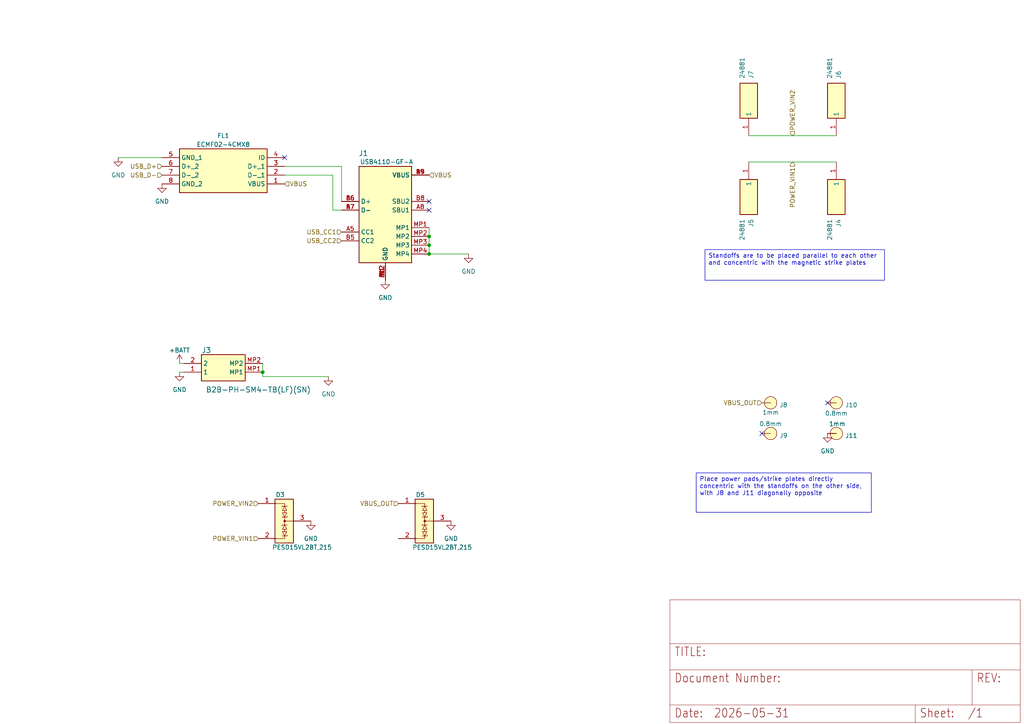
<source format=kicad_sch>
(kicad_sch (version 20231120) (generator "eeschema") (generator_version "8.0")
  (paper "A4")
  (lib_symbols
    (symbol "Eros Tracker-eagle-import:FRAME_A_L"
      (symbol "FRAME_A_L_1_0"
        (polyline (pts (xy 0 43.18) (xy 3.81 43.18)))
        (polyline (pts (xy 0 86.36) (xy 3.81 86.36)))
        (polyline (pts (xy 0 129.54) (xy 3.81 129.54)))
        (polyline (pts (xy 0 172.72) (xy 3.81 172.72)))
        (polyline (pts (xy 3.81 3.81) (xy 3.81 212.09)))
        (polyline (pts (xy 46.5667 0) (xy 46.5667 3.81)))
        (polyline (pts (xy 93.1333 0) (xy 93.1333 3.81)))
        (polyline (pts (xy 139.7 0) (xy 139.7 3.81)))
        (polyline (pts (xy 186.2667 0) (xy 186.2667 3.81)))
        (polyline (pts (xy 232.8333 0) (xy 232.8333 3.81)))
        (polyline (pts (xy 275.59 3.81) (xy 275.59 212.09)))
        (polyline (pts (xy 275.59 43.18) (xy 279.4 43.18)))
        (polyline (pts (xy 275.59 86.36) (xy 279.4 86.36)))
        (polyline (pts (xy 275.59 129.54) (xy 279.4 129.54)))
        (polyline (pts (xy 275.59 172.72) (xy 279.4 172.72)))
        (polyline (pts (xy 275.59 212.09) (xy 3.81 212.09)))
        (polyline (pts (xy 0 0) (xy 279.4 0) (xy 279.4 215.9) (xy 0 215.9) (xy 0 0)))
        (text "1" (at 23.2833 213.995 0) (effects (font (size 2.54 2.286))))
        (text "2" (at 69.85 213.995 0) (effects (font (size 2.54 2.286))))
        (text "3" (at 116.4167 213.995 0) (effects (font (size 2.54 2.286))))
        (text "4" (at 162.9833 213.995 0) (effects (font (size 2.54 2.286))))
        (text "5" (at 209.55 213.995 0) (effects (font (size 2.54 2.286))))
        (text "6" (at 256.1167 213.995 0) (effects (font (size 2.54 2.286))))
        (text "A" (at 1.905 194.31 0) (effects (font (size 2.54 2.286))))
        (text "A" (at 277.495 194.31 0) (effects (font (size 2.54 2.286))))
        (text "B" (at 1.905 151.13 0) (effects (font (size 2.54 2.286))))
        (text "B" (at 277.495 151.13 0) (effects (font (size 2.54 2.286))))
        (text "C" (at 1.905 107.95 0) (effects (font (size 2.54 2.286))))
        (text "C" (at 277.495 107.95 0) (effects (font (size 2.54 2.286))))
        (text "D" (at 1.905 64.77 0) (effects (font (size 2.54 2.286))))
        (text "D" (at 277.495 64.77 0) (effects (font (size 2.54 2.286))))
        (text "E" (at 1.905 21.59 0) (effects (font (size 2.54 2.286))))
        (text "E" (at 277.495 21.59 0) (effects (font (size 2.54 2.286))))
      )
      (symbol "FRAME_A_L_2_0"
        (polyline (pts (xy 0 0) (xy 0 5.08)) (stroke (width 0.1016)))
        (polyline (pts (xy 0 0) (xy 71.12 0)) (stroke (width 0.1016)))
        (polyline (pts (xy 0 5.08) (xy 0 15.24)) (stroke (width 0.1016)))
        (polyline (pts (xy 0 5.08) (xy 71.12 5.08)) (stroke (width 0.1016)))
        (polyline (pts (xy 0 15.24) (xy 0 22.86)) (stroke (width 0.1016)))
        (polyline (pts (xy 0 22.86) (xy 0 35.56)) (stroke (width 0.1016)))
        (polyline (pts (xy 0 22.86) (xy 101.6 22.86)) (stroke (width 0.1016)))
        (polyline (pts (xy 71.12 0) (xy 101.6 0)) (stroke (width 0.1016)))
        (polyline (pts (xy 71.12 5.08) (xy 71.12 0)) (stroke (width 0.1016)))
        (polyline (pts (xy 71.12 5.08) (xy 87.63 5.08)) (stroke (width 0.1016)))
        (polyline (pts (xy 87.63 5.08) (xy 101.6 5.08)) (stroke (width 0.1016)))
        (polyline (pts (xy 87.63 15.24) (xy 0 15.24)) (stroke (width 0.1016)))
        (polyline (pts (xy 87.63 15.24) (xy 87.63 5.08)) (stroke (width 0.1016)))
        (polyline (pts (xy 101.6 5.08) (xy 101.6 0)) (stroke (width 0.1016)))
        (polyline (pts (xy 101.6 15.24) (xy 87.63 15.24)) (stroke (width 0.1016)))
        (polyline (pts (xy 101.6 15.24) (xy 101.6 5.08)) (stroke (width 0.1016)))
        (polyline (pts (xy 101.6 22.86) (xy 101.6 15.24)) (stroke (width 0.1016)))
        (polyline (pts (xy 101.6 35.56) (xy 0 35.56)) (stroke (width 0.1016)))
        (polyline (pts (xy 101.6 35.56) (xy 101.6 22.86)) (stroke (width 0.1016)))
        (text "${#}/${##}" (at 86.36 1.27 0) (effects (font (size 2.54 2.159)) (justify left bottom)))
        (text "${CURRENT_DATE}" (at 12.7 1.27 0) (effects (font (size 2.54 2.159)) (justify left bottom)))
        (text "${PROJECTNAME}" (at 17.78 19.05 0) (effects (font (size 2.54 2.159)) (justify left bottom)))
        (text "Date:" (at 1.27 1.27 0) (effects (font (size 2.54 2.159)) (justify left bottom)))
        (text "Document Number:" (at 1.27 11.43 0) (effects (font (size 2.54 2.159)) (justify left bottom)))
        (text "REV:" (at 88.9 11.43 0) (effects (font (size 2.54 2.159)) (justify left bottom)))
        (text "Sheet:" (at 72.39 1.27 0) (effects (font (size 2.54 2.159)) (justify left bottom)))
        (text "TITLE:" (at 1.27 19.05 0) (effects (font (size 2.54 2.159)) (justify left bottom)))
      )
    )
    (symbol "Eros Tracker:24881"
      (property "Reference" "J" (at 16.51 7.62 0))
      (property "Value" "24881" (at 16.51 5.08 0))
      (symbol "24881_1_1"
        (rectangle (start 5.08 2.54) (end 15.24 -2.54) (stroke (width 0.254)) (fill (type background)))
        (pin passive line (at 0 0 0) (length 5.08) (name "1") (number "1"))
      )
    )
    (symbol "Eros Tracker:ECMF02-4CMX8"
      (property "Reference" "FL" (at 14.859 6.985 0))
      (property "Value" "ECMF02-4CMX8" (at 14.859 4.445 0))
      (symbol "ECMF02-4CMX8_1_1"
        (rectangle (start 30.48 2.54) (end 5.08 -10.16) (stroke (width 0.254)) (fill (type background)))
        (pin passive line (at 0 0 0) (length 5.08) (name "VBUS") (number "1"))
        (pin passive line (at 0 0 0) (length 5.08) hide (name "10") (number "10"))
        (pin passive line (at 0 -7.62 0) (length 5.08) hide (name "11") (number "11"))
        (pin passive line (at 35.56 -7.62 180) (length 5.08) hide (name "12") (number "12"))
        (pin passive line (at 0 -2.54 0) (length 5.08) (name "D-_1") (number "2"))
        (pin passive line (at 0 -5.08 0) (length 5.08) (name "D+_1") (number "3"))
        (pin passive line (at 0 -7.62 0) (length 5.08) (name "ID") (number "4"))
        (pin passive line (at 35.56 -7.62 180) (length 5.08) (name "GND_1") (number "5"))
        (pin passive line (at 35.56 -5.08 180) (length 5.08) (name "D+_2") (number "6"))
        (pin passive line (at 35.56 -2.54 180) (length 5.08) (name "D-_2") (number "7"))
        (pin passive line (at 35.56 0 180) (length 5.08) (name "GND_2") (number "8"))
        (pin passive line (at 35.56 0 180) (length 5.08) hide (name "9") (number "9"))
      )
    )
    (symbol "Eros Tracker:PESD15VL2BT,215"
      (property "Reference" "D" (at 4.826 5.842 0))
      (property "Value" "PESD15VL2BT,215" (at 4.826 3.302 0))
      (symbol "PESD15VL2BT,215_0_1"
        (polyline (pts (xy 7.62 -7.493) (xy 7.62 -8.128)))
        (polyline (pts (xy 7.62 -3.937) (xy 7.62 -6.223)))
        (polyline (pts (xy 7.62 -2.032) (xy 7.62 -2.667)))
        (polyline (pts (xy 7.62 0) (xy 5.08 0)))
        (polyline (pts (xy 7.62 0) (xy 7.62 -0.762)))
        (polyline (pts (xy 7.62 -9.271) (xy 7.62 -10.16) (xy 4.826 -10.16)))
        (polyline (pts (xy 10.16 -5.08) (xy 7.62 -5.08) (xy 7.62 -5.08)))
        (polyline (pts (xy 6.858 -6.477) (xy 6.858 -6.223) (xy 8.255 -6.223) (xy 8.382 -6.223)))
        (polyline (pts (xy 6.858 -1.016) (xy 6.858 -0.762) (xy 8.255 -0.762) (xy 8.382 -0.762)))
        (polyline (pts (xy 7.62 -9.398) (xy 8.255 -8.128) (xy 6.985 -8.128) (xy 7.62 -9.398)))
        (polyline (pts (xy 7.62 -6.223) (xy 6.985 -7.493) (xy 8.255 -7.493) (xy 7.62 -6.223)))
        (polyline (pts (xy 7.62 -3.937) (xy 8.255 -2.667) (xy 6.985 -2.667) (xy 7.62 -3.937)))
        (polyline (pts (xy 7.62 -0.762) (xy 6.985 -2.032) (xy 8.255 -2.032) (xy 7.62 -0.762)))
        (polyline (pts (xy 8.382 -9.144) (xy 8.382 -9.398) (xy 6.985 -9.398) (xy 6.858 -9.398)))
        (polyline (pts (xy 8.382 -3.683) (xy 8.382 -3.937) (xy 6.985 -3.937) (xy 6.858 -3.937)))
        (rectangle (start 4.826 1.27) (end 10.16 -11.43) (stroke (width 0.254)) (fill (type background)))
        (circle (center 7.62 -5.08) (radius 0.254) (fill (type outline)))
      )
      (symbol "PESD15VL2BT,215_1_1"
        (pin passive line (at 0 0 0) (length 5.08) (name "") (number "1"))
        (pin passive line (at 0 -10.16 0) (length 5.08) (name "") (number "2"))
        (pin passive line (at 15.24 -5.08 180) (length 5.08) (name "") (number "3"))
      )
    )
    (symbol "Eros Tracker:Power_Pad_0.8mm" (pin_numbers hide) (pin_names hide)
      (property "Reference" "J" (at 0 2.54 0))
      (symbol "Power_Pad_0.8mm_0_1"
        (circle (center 0 0) (radius 1.7961) (fill (type background)))
      )
      (symbol "Power_Pad_0.8mm_1_1"
        (pin passive line (at -2.54 0 0) (length 2.54) (name "1") (number "1"))
      )
    )
    (symbol "Eros Tracker:Power_Pad_1.0mm" (pin_numbers hide) (pin_names hide)
      (property "Reference" "J" (at 0 2.54 0))
      (symbol "Power_Pad_1.0mm_0_1"
        (circle (center 0 0) (radius 1.7961) (fill (type background)))
      )
      (symbol "Power_Pad_1.0mm_1_1"
        (pin passive line (at -2.54 0 0) (length 2.54) (name "1") (number "1"))
      )
    )
    (symbol "Eros Tracker:S2B-PH-SM4-TB_LF__SN_"
      (property "Reference" "J" (at 19.05 7.62 0))
      (property "Value" "S2B-PH-SM4-TB_LF__SN_" (at 19.05 5.08 0))
      (symbol "S2B-PH-SM4-TB_LF__SN__1_1"
        (rectangle (start 5.08 2.54) (end 17.78 -5.08) (stroke (width 0.254)) (fill (type background)))
        (pin passive line (at 0 -2.54 0) (length 5.08) (name "1") (number "1"))
        (pin passive line (at 0 0 0) (length 5.08) (name "2") (number "2"))
        (pin passive line (at 22.86 -2.54 180) (length 5.08) (name "MP1") (number "MP1"))
        (pin passive line (at 22.86 0 180) (length 5.08) (name "MP2") (number "MP2"))
      )
    )
    (symbol "Eros Tracker:USB4110-GF-A"
      (property "Reference" "J" (at 5.334 7.112 0))
      (property "Value" "USB4110-GF-A" (at 5.334 4.572 0))
      (symbol "USB4110-GF-A_1_1"
        (rectangle (start 5.08 2.54) (end 20.32 -25.4) (stroke (width 0.254)) (fill (type background)))
        (pin passive line (at 12.7 -30.48 90) (length 5.08) (name "GND") (number "A1"))
        (pin passive line (at 12.7 -30.48 90) (length 5.08) (name "GND") (number "A12"))
        (pin passive line (at 25.4 0 180) (length 5.08) (name "VBUS") (number "A4"))
        (pin passive line (at 0 -16.51 0) (length 5.08) (name "CC1") (number "A5"))
        (pin passive line (at 0 -7.62 0) (length 5.08) (name "D+") (number "A6"))
        (pin passive line (at 0 -10.16 0) (length 5.08) (name "D-") (number "A7"))
        (pin passive line (at 25.4 -10.16 180) (length 5.08) (name "SBU1") (number "A8"))
        (pin passive line (at 25.4 0 180) (length 5.08) (name "VBUS") (number "A9"))
        (pin passive line (at 12.7 -30.48 90) (length 5.08) (name "GND") (number "B1"))
        (pin passive line (at 12.7 -30.48 90) (length 5.08) (name "GND") (number "B12"))
        (pin passive line (at 25.4 0 180) (length 5.08) (name "VBUS") (number "B4"))
        (pin passive line (at 0 -19.05 0) (length 5.08) (name "CC2") (number "B5"))
        (pin passive line (at 0 -7.62 0) (length 5.08) (name "D+") (number "B6"))
        (pin passive line (at 0 -10.16 0) (length 5.08) (name "D-") (number "B7"))
        (pin passive line (at 25.4 -7.62 180) (length 5.08) (name "SBU2") (number "B8"))
        (pin passive line (at 25.4 0 180) (length 5.08) (name "VBUS") (number "B9"))
        (pin passive line (at 25.4 -15.24 180) (length 5.08) (name "MP1") (number "MP1"))
        (pin passive line (at 25.4 -17.78 180) (length 5.08) (name "MP2") (number "MP2"))
        (pin passive line (at 25.4 -20.32 180) (length 5.08) (name "MP3") (number "MP3"))
        (pin passive line (at 25.4 -22.86 180) (length 5.08) (name "MP4") (number "MP4"))
      )
    )
    (symbol "power:+BATT" (power) (pin_names (offset 0))
      (property "Value" "+BATT" (at 0 3.556 0))
      (symbol "+BATT_0_1"
        (polyline (pts (xy -0.762 1.27) (xy 0 2.54)))
        (polyline (pts (xy 0 0) (xy 0 2.54)))
        (polyline (pts (xy 0 2.54) (xy 0.762 1.27)))
      )
      (symbol "+BATT_1_1"
        (pin power_in line (at 0 0 90) (length 0) hide (name "+BATT") (number "1"))
      )
    )
    (symbol "power:GND" (power) (pin_names (offset 0))
      (property "Value" "GND" (at 0 -3.81 0))
      (symbol "GND_0_1"
        (polyline (pts (xy 0 0) (xy 0 -1.27) (xy 1.27 -1.27) (xy 0 -2.54) (xy -1.27 -1.27) (xy 0 -1.27)))
      )
      (symbol "GND_1_1"
        (pin power_in line (at 0 0 270) (length 0) hide (name "GND") (number "1"))
      )
    )
  )
  (junction (at 124.46 73.66))
  (junction (at 76.2 107.95))
  (junction (at 124.46 71.12))
  (junction (at 124.46 68.58))
  (no_connect (at 240.03 116.84))
  (no_connect (at 220.98 125.73))
  (no_connect (at 82.55 45.72))
  (no_connect (at 124.46 58.42))
  (no_connect (at 124.46 60.96))
  (wire (pts (xy 76.2 107.95) (xy 76.2 105.41)))
  (wire (pts (xy 242.57 46.99) (xy 217.17 46.99)))
  (wire (pts (xy 96.52 50.8) (xy 96.52 60.96)))
  (wire (pts (xy 99.06 48.26) (xy 99.06 58.42)))
  (wire (pts (xy 53.34 105.41) (xy 52.07 105.41)))
  (wire (pts (xy 135.89 73.66) (xy 124.46 73.66)))
  (wire (pts (xy 95.25 109.22) (xy 76.2 109.22)))
  (wire (pts (xy 53.34 107.95) (xy 52.07 107.95)))
  (wire (pts (xy 76.2 109.22) (xy 76.2 107.95)))
  (wire (pts (xy 34.29 45.72) (xy 46.99 45.72)))
  (wire (pts (xy 82.55 48.26) (xy 99.06 48.26)))
  (wire (pts (xy 124.46 66.04) (xy 124.46 68.58)))
  (wire (pts (xy 124.46 71.12) (xy 124.46 73.66)))
  (wire (pts (xy 96.52 60.96) (xy 99.06 60.96)))
  (wire (pts (xy 124.46 68.58) (xy 124.46 71.12)))
  (wire (pts (xy 82.55 50.8) (xy 96.52 50.8)))
  (wire (pts (xy 242.57 39.37) (xy 217.17 39.37)))
  (text_box "Standoffs are to be placed parallel to each other and concentric with the magnetic strike plates" (at 204.47 72.39 0) (size 52.07 8.89) (effects (font (size 1.27 1.27)) (justify left top)))
  (text_box "Place power pads/strike plates directly concentric with the standoffs on the other side, with J8 and J11 diagonally opposite\n" (at 201.93 137.16 0) (size 50.8 11.43) (effects (font (size 1.27 1.27)) (justify left top)))
  (hierarchical_label "POWER_VIN1" (shape input) (at 74.93 156.21 180))
  (hierarchical_label "POWER_VIN2" (shape input) (at 229.87 39.37 90))
  (hierarchical_label "USB_CC1" (shape input) (at 99.06 67.31 180))
  (hierarchical_label "VBUS" (shape input) (at 82.55 53.34 0))
  (hierarchical_label "POWER_VIN1" (shape input) (at 229.87 46.99 270))
  (hierarchical_label "VBUS" (shape input) (at 124.46 50.8 0))
  (hierarchical_label "VBUS_OUT" (shape input) (at 115.57 146.05 180))
  (hierarchical_label "USB_D+" (shape input) (at 46.99 48.26 180))
  (hierarchical_label "USB_D-" (shape input) (at 46.99 50.8 180))
  (hierarchical_label "VBUS_OUT" (shape input) (at 220.98 116.84 180))
  (hierarchical_label "POWER_VIN2" (shape input) (at 74.93 146.05 180))
  (hierarchical_label "USB_CC2" (shape input) (at 99.06 69.85 180))
  (symbol (lib_id "Eros Tracker:Power_Pad_1.0mm") (at 223.52 116.84 0) (unit 1)
    (property "Reference" "J8" (at 226.06 117.475 0) (effects (justify left)))
    (property "Value" "1mm" (at 223.52 119.634 0))
    (property "Footprint" "Eros Tracker:10mmDisc" (effects (hide yes)))
    (property "Datasheet" "https://totalelement.com/collections/steel-discs/products/3-8-inch-steel-disc-blank-metal-strike-plates-250-pack" (effects (hide yes)))
    (property "Manufacturer_Name" "Total Element" (effects (hide yes)))
  )
  (symbol (lib_id "Eros Tracker:S2B-PH-SM4-TB_LF__SN_") (at 53.34 105.41 0) (unit 1)
    (property "Reference" "J3" (at 58.42 101.6 0) (effects (font (size 1.524 1.524)) (justify left)))
    (property "Value" "B2B-PH-SM4-TB(LF)(SN)" (at 59.69 113.03 0) (effects (font (size 1.524 1.524)) (justify left)))
    (property "Footprint" "Eros Tracker:B2BPHSM4TBLFSN" (effects (hide yes)))
    (property "Datasheet" "https://www.jst-mfg.com/product/pdf/eng/ePH.pdf" (effects (hide yes)))
    (property "Height" "6.6" (effects (hide yes)))
    (property "Manufacturer_Name" "JST (JAPAN SOLDERLESS TERMINALS)" (effects (hide yes)))
    (property "Manufacturer_Part_Number" "B2B-PH-SM4-TB(LF)(SN)" (effects (hide yes)))
    (property "DigiKey Part Number" "455-B2B-PH-SM4-TBCT-ND" (effects (hide yes)))
    (property "DigiKey Price/Stock" "https://www.digikey.com/en/products/detail/jst-sales-america-inc/B2B-PH-SM4-TB/926641?s=N4IgTCBcDaICwFYEFoBCZXIAoAlkGUBZOZAFVQGFTkA5AERAF0BfIA" (effects (hide yes)))
  )
  (symbol (lib_id "power:GND") (at 90.17 151.13 0) (mirror y) (unit 1)
    (property "Reference" "#PWR048" (effects (hide yes)))
    (property "Value" "GND" (at 90.17 156.21 0))
  )
  (symbol (lib_id "Eros Tracker-eagle-import:FRAME_A_L") (at 194.31 209.55 0) (unit 2)
    (property "Reference" "#FRAME4" (effects (hide yes)))
    (property "Value" "FRAME_A_L" (effects (hide yes)))
  )
  (symbol (lib_id "power:GND") (at 135.89 73.66 0) (mirror y) (unit 1)
    (property "Reference" "#PWR047" (effects (hide yes)))
    (property "Value" "GND" (at 135.89 78.74 0))
  )
  (symbol (lib_id "Eros Tracker:PESD15VL2BT,215") (at 115.57 146.05 0) (unit 1)
    (property "Reference" "D5" (at 121.92 143.51 0))
    (property "Value" "PESD15VL2BT,215" (at 128.27 158.75 0))
    (property "Footprint" "Eros Tracker:SOT95P230X110-3N" (effects (hide yes)))
    (property "Datasheet" "https://www.mouser.com/datasheet/2/916/PESD15VL2BT-3162548.pdf" (effects (hide yes)))
    (property "Height" "1.1" (effects (hide yes)))
    (property "Mouser Part Number" "771-PESD15VL2BT-T/R" (effects (hide yes)))
    (property "Mouser Price/Stock" "https://www.mouser.com/ProductDetail/Nexperia/PESD15VL2BT215?qs=LOCUfHb8d9vyDy2ag0hbbA%3D%3D" (effects (hide yes)))
    (property "Manufacturer_Name" "Nexperia" (effects (hide yes)))
    (property "Manufacturer_Part_Number" "PESD15VL2BT,215" (effects (hide yes)))
  )
  (symbol (lib_id "Eros Tracker:24881") (at 242.57 46.99 270) (unit 1)
    (property "Reference" "J4" (at 243.205 63.5 0) (effects (justify left)))
    (property "Value" "24881" (at 240.665 63.5 0) (effects (justify left)))
    (property "Footprint" "Eros Tracker:2488x-NPTH" (effects (hide yes)))
    (property "Datasheet" "https://www.mouser.com/datasheet/2/215/24881-2953526.pdf" (effects (hide yes)))
    (property "Height" "8.13" (effects (hide yes)))
    (property "Mouser Part Number" "534-24881" (effects (hide yes)))
    (property "Mouser Price/Stock" "https://www.mouser.com/ProductDetail/Keystone-Electronics/24881?qs=u16ybLDytRZRpz%252BqY%2FJM%2FA%3D%3D" (effects (hide yes)))
    (property "Manufacturer_Name" "Keystone Electronics" (effects (hide yes)))
    (property "Manufacturer_Part_Number" "24881" (effects (hide yes)))
  )
  (symbol (lib_id "Eros Tracker:ECMF02-4CMX8") (at 82.55 53.34 180) (unit 1)
    (property "Reference" "FL1" (at 64.77 39.37 0))
    (property "Value" "ECMF02-4CMX8" (at 64.77 41.91 0))
    (property "Footprint" "Eros Tracker:ECMF024CMX8" (effects (hide yes)))
    (property "Datasheet" "http://www.st.com/content/ccc/resource/technical/document/datasheet/group3/1c/93/cf/72/85/cf/4d/d6/DM00039389/files/DM00039389.pdf/jcr:content/translations/en.DM00039389.pdf" (effects (hide yes)))
    (property "Mouser Part Number" "511-ECMF02-4CMX8" (effects (hide yes)))
    (property "Mouser Price/Stock" "https://www.mouser.co.uk/ProductDetail/STMicroelectronics/ECMF02-4CMX8?qs=xYt8xtm2zhmK7GoDlDZR3A%3D%3D" (effects (hide yes)))
    (property "Manufacturer_Name" "STMicroelectronics" (effects (hide yes)))
    (property "Manufacturer_Part_Number" "ECMF02-4CMX8" (effects (hide yes)))
  )
  (symbol (lib_id "power:GND") (at 52.07 107.95 0) (unit 1)
    (property "Reference" "#PWR044" (effects (hide yes)))
    (property "Value" "GND" (at 52.07 113.03 0))
  )
  (symbol (lib_id "Eros Tracker:Power_Pad_0.8mm") (at 223.52 125.73 0) (unit 1)
    (property "Reference" "J9" (at 226.06 126.365 0) (effects (justify left)))
    (property "Value" "0.8mm" (at 223.52 122.936 0))
    (property "Footprint" "Eros Tracker:10mmDisc" (effects (hide yes)))
    (property "Datasheet" "https://totalelement.com/collections/steel-discs/products/3-8-inch-steel-disc-blank-metal-strike-plates-250-pack" (effects (hide yes)))
    (property "Manufacturer_Name" "Total Element" (effects (hide yes)))
  )
  (symbol (lib_id "Eros Tracker:Power_Pad_0.8mm") (at 242.57 116.84 0) (unit 1)
    (property "Reference" "J10" (at 245.11 117.475 0) (effects (justify left)))
    (property "Value" "0.8mm" (at 242.57 119.888 0))
    (property "Footprint" "Eros Tracker:10mmDisc" (effects (hide yes)))
    (property "Datasheet" "https://totalelement.com/collections/steel-discs/products/3-8-inch-steel-disc-blank-metal-strike-plates-250-pack" (effects (hide yes)))
    (property "Manufacturer_Name" "Total Element" (effects (hide yes)))
  )
  (symbol (lib_id "Eros Tracker:PESD15VL2BT,215") (at 74.93 146.05 0) (unit 1)
    (property "Reference" "D3" (at 81.28 143.51 0))
    (property "Value" "PESD15VL2BT,215" (at 87.63 158.75 0))
    (property "Footprint" "Eros Tracker:SOT95P230X110-3N" (effects (hide yes)))
    (property "Datasheet" "https://www.mouser.com/datasheet/2/916/PESD15VL2BT-3162548.pdf" (effects (hide yes)))
    (property "Height" "1.1" (effects (hide yes)))
    (property "Mouser Part Number" "771-PESD15VL2BT-T/R" (effects (hide yes)))
    (property "Mouser Price/Stock" "https://www.mouser.com/ProductDetail/Nexperia/PESD15VL2BT215?qs=LOCUfHb8d9vyDy2ag0hbbA%3D%3D" (effects (hide yes)))
    (property "Manufacturer_Name" "Nexperia" (effects (hide yes)))
    (property "Manufacturer_Part_Number" "PESD15VL2BT,215" (effects (hide yes)))
  )
  (symbol (lib_id "Eros Tracker:24881") (at 217.17 46.99 270) (unit 1)
    (property "Reference" "J5" (at 217.805 63.5 0) (effects (justify left)))
    (property "Value" "24881" (at 215.265 63.5 0) (effects (justify left)))
    (property "Footprint" "Eros Tracker:2488x-NPTH" (effects (hide yes)))
    (property "Datasheet" "https://www.mouser.com/datasheet/2/215/24881-2953526.pdf" (effects (hide yes)))
    (property "Height" "8.13" (effects (hide yes)))
    (property "Mouser Part Number" "534-24881" (effects (hide yes)))
    (property "Mouser Price/Stock" "https://www.mouser.com/ProductDetail/Keystone-Electronics/24881?qs=u16ybLDytRZRpz%252BqY%2FJM%2FA%3D%3D" (effects (hide yes)))
    (property "Manufacturer_Name" "Keystone Electronics" (effects (hide yes)))
    (property "Manufacturer_Part_Number" "24881" (effects (hide yes)))
  )
  (symbol (lib_id "power:GND") (at 95.25 109.22 0) (unit 1)
    (property "Reference" "#PWR045" (effects (hide yes)))
    (property "Value" "GND" (at 95.25 114.3 0))
  )
  (symbol (lib_id "power:GND") (at 130.81 151.13 0) (mirror y) (unit 1)
    (property "Reference" "#PWR042" (effects (hide yes)))
    (property "Value" "GND" (at 130.81 156.21 0))
  )
  (symbol (lib_id "power:GND") (at 240.03 125.73 0) (unit 1)
    (property "Reference" "#PWR049" (effects (hide yes)))
    (property "Value" "GND" (at 240.03 130.81 0))
  )
  (symbol (lib_id "Eros Tracker:24881") (at 217.17 39.37 270) (mirror x) (unit 1)
    (property "Reference" "J7" (at 217.805 22.86 0) (effects (justify left)))
    (property "Value" "24881" (at 215.265 22.86 0) (effects (justify left)))
    (property "Footprint" "Eros Tracker:2488x-NPTH" (effects (hide yes)))
    (property "Datasheet" "https://www.mouser.com/datasheet/2/215/24881-2953526.pdf" (effects (hide yes)))
    (property "Height" "8.13" (effects (hide yes)))
    (property "Mouser Part Number" "534-24881" (effects (hide yes)))
    (property "Mouser Price/Stock" "https://www.mouser.com/ProductDetail/Keystone-Electronics/24881?qs=u16ybLDytRZRpz%252BqY%2FJM%2FA%3D%3D" (effects (hide yes)))
    (property "Manufacturer_Name" "Keystone Electronics" (effects (hide yes)))
    (property "Manufacturer_Part_Number" "24881" (effects (hide yes)))
  )
  (symbol (lib_id "power:+BATT") (at 52.07 105.41 0) (unit 1)
    (property "Reference" "#PWR043" (effects (hide yes)))
    (property "Value" "+BATT" (at 52.07 101.6 0))
  )
  (symbol (lib_id "Eros Tracker:USB4110-GF-A") (at 99.06 50.8 0) (unit 1)
    (property "Reference" "J1" (at 105.41 44.45 0) (effects (font (size 1.524 1.524))))
    (property "Value" "USB4110-GF-A" (at 104.394 46.228 0) (effects (justify left top)))
    (property "Footprint" "Eros Tracker:USB4110GFA" (effects (hide yes)))
    (property "Datasheet" "https://gct.co/files/drawings/usb4110.pdf" (effects (hide yes)))
    (property "Height" "3.26" (effects (hide yes)))
    (property "Mouser Part Number" "640-USB4110-GF-A" (effects (hide yes)))
    (property "Mouser Price/Stock" "https://www.mouser.co.uk/ProductDetail/GCT/USB4110-GF-A?qs=KUoIvG%2F9IlYiZvIXQjyJeA%3D%3D" (effects (hide yes)))
    (property "Manufacturer_Name" "GCT (GLOBAL CONNECTOR TECHNOLOGY)" (effects (hide yes)))
    (property "Manufacturer_Part_Number" "USB4110-GF-A" (effects (hide yes)))
  )
  (symbol (lib_id "Eros Tracker:24881") (at 242.57 39.37 270) (mirror x) (unit 1)
    (property "Reference" "J6" (at 243.205 22.86 0) (effects (justify left)))
    (property "Value" "24881" (at 240.665 22.86 0) (effects (justify left)))
    (property "Footprint" "Eros Tracker:2488x-NPTH" (effects (hide yes)))
    (property "Datasheet" "https://www.mouser.com/datasheet/2/215/24881-2953526.pdf" (effects (hide yes)))
    (property "Height" "8.13" (effects (hide yes)))
    (property "Mouser Part Number" "534-24881" (effects (hide yes)))
    (property "Mouser Price/Stock" "https://www.mouser.com/ProductDetail/Keystone-Electronics/24881?qs=u16ybLDytRZRpz%252BqY%2FJM%2FA%3D%3D" (effects (hide yes)))
    (property "Manufacturer_Name" "Keystone Electronics" (effects (hide yes)))
    (property "Manufacturer_Part_Number" "24881" (effects (hide yes)))
  )
  (symbol (lib_id "power:GND") (at 111.76 81.28 0) (mirror y) (unit 1)
    (property "Reference" "#PWR050" (effects (hide yes)))
    (property "Value" "GND" (at 111.76 86.36 0))
  )
  (symbol (lib_id "power:GND") (at 46.99 53.34 0) (unit 1)
    (property "Reference" "#PWR046" (effects (hide yes)))
    (property "Value" "GND" (at 46.99 58.42 0))
  )
  (symbol (lib_id "power:GND") (at 34.29 45.72 0) (unit 1)
    (property "Reference" "#PWR04" (effects (hide yes)))
    (property "Value" "GND" (at 34.29 50.8 0))
  )
  (symbol (lib_id "Eros Tracker:Power_Pad_1.0mm") (at 242.57 125.73 0) (unit 1)
    (property "Reference" "J11" (at 245.11 126.365 0) (effects (justify left)))
    (property "Value" "1mm" (at 242.824 122.936 0))
    (property "Footprint" "Eros Tracker:10mmDisc" (effects (hide yes)))
    (property "Datasheet" "https://totalelement.com/collections/steel-discs/products/3-8-inch-steel-disc-blank-metal-strike-plates-250-pack" (effects (hide yes)))
    (property "Manufacturer_Name" "Total Element" (effects (hide yes)))
  )
)
</source>
